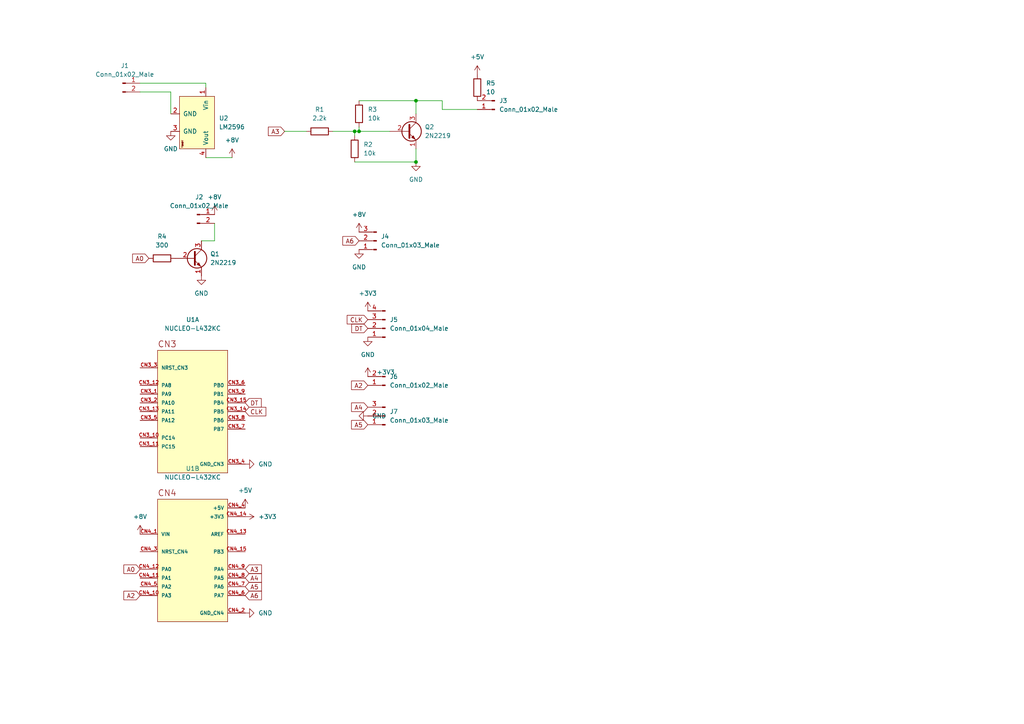
<source format=kicad_sch>
(kicad_sch (version 20211123) (generator eeschema)
  (paper "A4")
  (lib_symbols
    (symbol "Connector:Conn_01x02_Male" (pin_names (offset 1.016) hide)
      (property "Reference" "J" (at 0 2.54 0))
      (property "Value" "Conn_01x02_Male" (at 0 -5.08 0))
      (symbol "Conn_01x02_Male_1_1"
        (polyline (pts (xy 1.27 -2.54) (xy 0.8636 -2.54)) (stroke (width 0.1524)))
        (polyline (pts (xy 1.27 0) (xy 0.8636 0)) (stroke (width 0.1524)))
        (rectangle (start 0.8636 -2.413) (end 0 -2.667) (stroke (width 0.1524)) (fill (type outline)))
        (rectangle (start 0.8636 0.127) (end 0 -0.127) (stroke (width 0.1524)) (fill (type outline)))
        (pin passive line (at 5.08 0 180) (length 3.81) (name "Pin_1") (number "1"))
        (pin passive line (at 5.08 -2.54 180) (length 3.81) (name "Pin_2") (number "2"))
      )
    )
    (symbol "Connector:Conn_01x03_Male" (pin_names (offset 1.016) hide)
      (property "Reference" "J" (at 0 5.08 0))
      (property "Value" "Conn_01x03_Male" (at 0 -5.08 0))
      (symbol "Conn_01x03_Male_1_1"
        (polyline (pts (xy 1.27 -2.54) (xy 0.8636 -2.54)) (stroke (width 0.1524)))
        (polyline (pts (xy 1.27 0) (xy 0.8636 0)) (stroke (width 0.1524)))
        (polyline (pts (xy 1.27 2.54) (xy 0.8636 2.54)) (stroke (width 0.1524)))
        (rectangle (start 0.8636 -2.413) (end 0 -2.667) (stroke (width 0.1524)) (fill (type outline)))
        (rectangle (start 0.8636 0.127) (end 0 -0.127) (stroke (width 0.1524)) (fill (type outline)))
        (rectangle (start 0.8636 2.667) (end 0 2.413) (stroke (width 0.1524)) (fill (type outline)))
        (pin passive line (at 5.08 2.54 180) (length 3.81) (name "Pin_1") (number "1"))
        (pin passive line (at 5.08 0 180) (length 3.81) (name "Pin_2") (number "2"))
        (pin passive line (at 5.08 -2.54 180) (length 3.81) (name "Pin_3") (number "3"))
      )
    )
    (symbol "Connector:Conn_01x04_Male" (pin_names (offset 1.016) hide)
      (property "Reference" "J" (at 0 5.08 0))
      (property "Value" "Conn_01x04_Male" (at 0 -7.62 0))
      (symbol "Conn_01x04_Male_1_1"
        (polyline (pts (xy 1.27 -5.08) (xy 0.8636 -5.08)) (stroke (width 0.1524)))
        (polyline (pts (xy 1.27 -2.54) (xy 0.8636 -2.54)) (stroke (width 0.1524)))
        (polyline (pts (xy 1.27 0) (xy 0.8636 0)) (stroke (width 0.1524)))
        (polyline (pts (xy 1.27 2.54) (xy 0.8636 2.54)) (stroke (width 0.1524)))
        (rectangle (start 0.8636 -4.953) (end 0 -5.207) (stroke (width 0.1524)) (fill (type outline)))
        (rectangle (start 0.8636 -2.413) (end 0 -2.667) (stroke (width 0.1524)) (fill (type outline)))
        (rectangle (start 0.8636 0.127) (end 0 -0.127) (stroke (width 0.1524)) (fill (type outline)))
        (rectangle (start 0.8636 2.667) (end 0 2.413) (stroke (width 0.1524)) (fill (type outline)))
        (pin passive line (at 5.08 2.54 180) (length 3.81) (name "Pin_1") (number "1"))
        (pin passive line (at 5.08 0 180) (length 3.81) (name "Pin_2") (number "2"))
        (pin passive line (at 5.08 -2.54 180) (length 3.81) (name "Pin_3") (number "3"))
        (pin passive line (at 5.08 -5.08 180) (length 3.81) (name "Pin_4") (number "4"))
      )
    )
    (symbol "Device:R" (pin_numbers hide) (pin_names (offset 0))
      (property "Reference" "R" (at 2.032 0 90))
      (property "Value" "R" (at 0 0 90))
      (symbol "R_0_1"
        (rectangle (start -1.016 -2.54) (end 1.016 2.54) (stroke (width 0.254)))
      )
      (symbol "R_1_1"
        (pin passive line (at 0 3.81 270) (length 1.27) (name "~") (number "1"))
        (pin passive line (at 0 -3.81 90) (length 1.27) (name "~") (number "2"))
      )
    )
    (symbol "NUCLEO-L432KC:NUCLEO-L432KC" (pin_names (offset 1.016))
      (property "Reference" "U" (at -10.16 21.082 0))
      (property "Value" "NUCLEO-L432KC" (at -10.16 -20.32 0))
      (symbol "NUCLEO-L432KC_1_0"
        (rectangle (start -10.16 -17.78) (end 10.16 17.78) (stroke (width 0.1524)) (fill (type background)))
        (text "CN3" (at -10.16 18.542 0) (effects (font (size 1.778 1.778)) (justify left bottom)))
        (pin bidirectional line (at -15.24 5.08 0) (length 5.08) (name "PA9") (number "CN3_1"))
        (pin bidirectional line (at -15.24 -7.62 0) (length 5.08) (name "PC14") (number "CN3_10"))
        (pin bidirectional line (at -15.24 -10.16 0) (length 5.08) (name "PC15") (number "CN3_11"))
        (pin bidirectional line (at -15.24 7.62 0) (length 5.08) (name "PA8") (number "CN3_12"))
        (pin bidirectional line (at -15.24 0 0) (length 5.08) (name "PA11") (number "CN3_13"))
        (pin bidirectional line (at 15.24 0 180) (length 5.08) (name "PB5") (number "CN3_14"))
        (pin bidirectional line (at 15.24 2.54 180) (length 5.08) (name "PB4") (number "CN3_15"))
        (pin bidirectional line (at -15.24 2.54 0) (length 5.08) (name "PA10") (number "CN3_2"))
        (pin bidirectional line (at -15.24 12.7 0) (length 5.08) (name "NRST_CN3") (number "CN3_3"))
        (pin power_in line (at 15.24 -15.24 180) (length 5.08) (name "GND_CN3") (number "CN3_4"))
        (pin bidirectional line (at -15.24 -2.54 0) (length 5.08) (name "PA12") (number "CN3_5"))
        (pin bidirectional line (at 15.24 7.62 180) (length 5.08) (name "PB0") (number "CN3_6"))
        (pin bidirectional line (at 15.24 -5.08 180) (length 5.08) (name "PB7") (number "CN3_7"))
        (pin bidirectional line (at 15.24 -2.54 180) (length 5.08) (name "PB6") (number "CN3_8"))
        (pin bidirectional line (at 15.24 5.08 180) (length 5.08) (name "PB1") (number "CN3_9"))
      )
      (symbol "NUCLEO-L432KC_2_0"
        (rectangle (start -10.16 -17.78) (end 10.16 17.78) (stroke (width 0.1524)) (fill (type background)))
        (text "CN4" (at -10.16 18.542 0) (effects (font (size 1.778 1.778)) (justify left bottom)))
        (pin input line (at -15.24 7.62 0) (length 5.08) (name "VIN") (number "CN4_1"))
        (pin bidirectional line (at -15.24 -10.16 0) (length 5.08) (name "PA3") (number "CN4_10"))
        (pin bidirectional line (at -15.24 -5.08 0) (length 5.08) (name "PA1") (number "CN4_11"))
        (pin bidirectional line (at -15.24 -2.54 0) (length 5.08) (name "PA0") (number "CN4_12"))
        (pin bidirectional line (at 15.24 7.62 180) (length 5.08) (name "AREF") (number "CN4_13"))
        (pin power_in line (at 15.24 12.7 180) (length 5.08) (name "+3V3") (number "CN4_14"))
        (pin bidirectional line (at 15.24 2.54 180) (length 5.08) (name "PB3") (number "CN4_15"))
        (pin power_in line (at 15.24 -15.24 180) (length 5.08) (name "GND_CN4") (number "CN4_2"))
        (pin bidirectional line (at -15.24 2.54 0) (length 5.08) (name "NRST_CN4") (number "CN4_3"))
        (pin power_in line (at 15.24 15.24 180) (length 5.08) (name "+5V") (number "CN4_4"))
        (pin bidirectional line (at -15.24 -7.62 0) (length 5.08) (name "PA2") (number "CN4_5"))
        (pin bidirectional line (at 15.24 -10.16 180) (length 5.08) (name "PA7") (number "CN4_6"))
        (pin bidirectional line (at 15.24 -7.62 180) (length 5.08) (name "PA6") (number "CN4_7"))
        (pin bidirectional line (at 15.24 -5.08 180) (length 5.08) (name "PA5") (number "CN4_8"))
        (pin bidirectional line (at 15.24 -2.54 180) (length 5.08) (name "PA4") (number "CN4_9"))
      )
    )
    (symbol "Transistor_BJT:2N2219" (pin_names (offset 0) hide)
      (property "Reference" "Q" (at 5.08 1.905 0))
      (property "Value" "2N2219" (at 5.08 0 0))
      (symbol "2N2219_0_1"
        (polyline (pts (xy 0.635 0.635) (xy 2.54 2.54)))
        (polyline (pts (xy 0.635 -0.635) (xy 2.54 -2.54) (xy 2.54 -2.54)))
        (polyline (pts (xy 0.635 1.905) (xy 0.635 -1.905) (xy 0.635 -1.905)) (stroke (width 0.508)))
        (polyline (pts (xy 1.27 -1.778) (xy 1.778 -1.27) (xy 2.286 -2.286) (xy 1.27 -1.778) (xy 1.27 -1.778)) (fill (type outline)))
        (circle (center 1.27 0) (radius 2.8194) (stroke (width 0.254)))
      )
      (symbol "2N2219_1_1"
        (pin passive line (at 2.54 -5.08 90) (length 2.54) (name "E") (number "1"))
        (pin passive line (at -5.08 0 0) (length 5.715) (name "B") (number "2"))
        (pin passive line (at 2.54 5.08 270) (length 2.54) (name "C") (number "3"))
      )
    )
    (symbol "power:+3.3V" (power) (pin_names (offset 0))
      (property "Value" "+3.3V" (at 0 3.556 0))
      (symbol "+3.3V_0_1"
        (polyline (pts (xy -0.762 1.27) (xy 0 2.54)))
        (polyline (pts (xy 0 0) (xy 0 2.54)))
        (polyline (pts (xy 0 2.54) (xy 0.762 1.27)))
      )
      (symbol "+3.3V_1_1"
        (pin power_in line (at 0 0 90) (length 0) hide (name "+3V3") (number "1"))
      )
    )
    (symbol "power:+5V" (power) (pin_names (offset 0))
      (property "Value" "+5V" (at 0 3.556 0))
      (symbol "+5V_0_1"
        (polyline (pts (xy -0.762 1.27) (xy 0 2.54)))
        (polyline (pts (xy 0 0) (xy 0 2.54)))
        (polyline (pts (xy 0 2.54) (xy 0.762 1.27)))
      )
      (symbol "+5V_1_1"
        (pin power_in line (at 0 0 90) (length 0) hide (name "+5V") (number "1"))
      )
    )
    (symbol "power:+8V" (power) (pin_names (offset 0))
      (property "Value" "+8V" (at 0 3.556 0))
      (symbol "+8V_0_1"
        (polyline (pts (xy -0.762 1.27) (xy 0 2.54)))
        (polyline (pts (xy 0 0) (xy 0 2.54)))
        (polyline (pts (xy 0 2.54) (xy 0.762 1.27)))
      )
      (symbol "+8V_1_1"
        (pin power_in line (at 0 0 90) (length 0) hide (name "+8V") (number "1"))
      )
    )
    (symbol "power:GND" (power) (pin_names (offset 0))
      (property "Value" "GND" (at 0 -3.81 0))
      (symbol "GND_0_1"
        (polyline (pts (xy 0 0) (xy 0 -1.27) (xy 1.27 -1.27) (xy 0 -2.54) (xy -1.27 -1.27) (xy 0 -1.27)))
      )
      (symbol "GND_1_1"
        (pin power_in line (at 0 0 270) (length 0) hide (name "GND") (number "1"))
      )
    )
    (symbol "yaaj_dcdc_stepdown_lm2596:LM2596" (pin_names (offset 1.016))
      (property "Reference" "U" (at -5.08 6.35 0))
      (property "Value" "LM2596" (at 0 11.43 0))
      (symbol "LM2596_0_1"
        (rectangle (start -7.62 5.08) (end 7.62 -5.08) (fill (type background)))
      )
      (symbol "LM2596_1_1"
        (text "Y@@V" (at 6.1976 -4.2672 0) (effects (font (size 0.508 0.508))))
        (pin power_in line (at -10.16 2.54 0) (length 2.54) (name "Vin") (number "1"))
        (pin power_in line (at -2.54 -7.62 90) (length 2.54) (name "GND") (number "2"))
        (pin power_in line (at 2.54 -7.62 90) (length 2.54) (name "GND") (number "3"))
        (pin power_out line (at 10.16 2.54 180) (length 2.54) (name "Vout") (number "4"))
      )
    )
  )
  (junction (at 104.14 38.1))
  (junction (at 102.87 38.1))
  (junction (at 120.65 29.21))
  (junction (at 120.65 46.99))
  (wire (pts (xy 96.52 38.1) (xy 102.87 38.1)))
  (wire (pts (xy 120.65 29.21) (xy 128.27 29.21)))
  (wire (pts (xy 104.14 36.83) (xy 104.14 38.1)))
  (wire (pts (xy 82.55 38.1) (xy 88.9 38.1)))
  (wire (pts (xy 138.43 31.75) (xy 128.27 31.75)))
  (wire (pts (xy 104.14 38.1) (xy 113.03 38.1)))
  (wire (pts (xy 102.87 38.1) (xy 104.14 38.1)))
  (wire (pts (xy 102.87 46.99) (xy 120.65 46.99)))
  (wire (pts (xy 40.64 24.13) (xy 59.69 24.13)))
  (wire (pts (xy 59.69 24.13) (xy 59.69 25.4)))
  (wire (pts (xy 120.65 46.99) (xy 120.65 43.18)))
  (wire (pts (xy 59.69 45.72) (xy 67.31 45.72)))
  (wire (pts (xy 62.23 69.85) (xy 58.42 69.85)))
  (wire (pts (xy 40.64 26.67) (xy 49.53 26.67)))
  (wire (pts (xy 62.23 64.77) (xy 62.23 69.85)))
  (wire (pts (xy 102.87 38.1) (xy 102.87 39.37)))
  (wire (pts (xy 120.65 29.21) (xy 120.65 33.02)))
  (wire (pts (xy 104.14 29.21) (xy 120.65 29.21)))
  (wire (pts (xy 49.53 26.67) (xy 49.53 33.02)))
  (wire (pts (xy 128.27 31.75) (xy 128.27 29.21)))
  (global_label "A4" (shape input) (at 71.12 167.64 0) (property "Intersheet References" "${INTERSHEET_REFS}" (effects hide)))
  (global_label "CLK" (shape input) (at 71.12 119.38 0) (property "Intersheet References" "${INTERSHEET_REFS}" (effects hide)))
  (global_label "A5" (shape input) (at 71.12 170.18 0) (property "Intersheet References" "${INTERSHEET_REFS}" (effects hide)))
  (global_label "CLK" (shape input) (at 106.68 92.71 180) (property "Intersheet References" "${INTERSHEET_REFS}" (effects hide)))
  (global_label "A6" (shape input) (at 71.12 172.72 0) (property "Intersheet References" "${INTERSHEET_REFS}" (effects hide)))
  (global_label "DT" (shape input) (at 106.68 95.25 180) (property "Intersheet References" "${INTERSHEET_REFS}" (effects hide)))
  (global_label "A3" (shape input) (at 71.12 165.1 0) (property "Intersheet References" "${INTERSHEET_REFS}" (effects hide)))
  (global_label "A2" (shape input) (at 40.64 172.72 180) (property "Intersheet References" "${INTERSHEET_REFS}" (effects hide)))
  (global_label "A6" (shape input) (at 104.14 69.85 180) (property "Intersheet References" "${INTERSHEET_REFS}" (effects hide)))
  (global_label "A4" (shape input) (at 106.68 118.11 180) (property "Intersheet References" "${INTERSHEET_REFS}" (effects hide)))
  (global_label "A0" (shape input) (at 43.18 74.93 180) (property "Intersheet References" "${INTERSHEET_REFS}" (effects hide)))
  (global_label "A5" (shape input) (at 106.68 123.19 180) (property "Intersheet References" "${INTERSHEET_REFS}" (effects hide)))
  (global_label "A3" (shape input) (at 82.55 38.1 180) (property "Intersheet References" "${INTERSHEET_REFS}" (effects hide)))
  (global_label "A0" (shape input) (at 40.64 165.1 180) (property "Intersheet References" "${INTERSHEET_REFS}" (effects hide)))
  (global_label "DT" (shape input) (at 71.12 116.84 0) (property "Intersheet References" "${INTERSHEET_REFS}" (effects hide)))
  (global_label "A2" (shape input) (at 106.68 111.76 180) (property "Intersheet References" "${INTERSHEET_REFS}" (effects hide)))
  (symbol (lib_id "power:GND") (at 120.65 46.99 0) (unit 1)
    (property "Reference" "#PWR08" (effects hide))
    (property "Value" "GND" (at 120.65 52.07 0))
  )
  (symbol (lib_id "power:+3.3V") (at 71.12 149.86 270) (unit 1)
    (property "Reference" "#PWR0105" (effects hide))
    (property "Value" "+3.3V" (at 74.93 149.8599 90) (effects (justify left)))
  )
  (symbol (lib_id "power:GND") (at 71.12 134.62 90) (unit 1)
    (property "Reference" "#PWR04" (effects hide))
    (property "Value" "GND" (at 74.93 134.6199 90) (effects (justify right)))
  )
  (symbol (lib_id "Connector:Conn_01x02_Male") (at 143.51 31.75 180) (unit 1)
    (property "Reference" "J3" (at 144.78 29.2099 0) (effects (justify right)))
    (property "Value" "Conn_01x02_Male" (at 144.78 31.7499 0) (effects (justify right)))
    (property "Footprint" "Connector_JST:JST_EH_B2B-EH-A_1x02_P2.50mm_Vertical" (effects hide))
  )
  (symbol (lib_id "Transistor_BJT:2N2219") (at 118.11 38.1 0) (unit 1)
    (property "Reference" "Q2" (at 123.19 36.8299 0) (effects (justify left)))
    (property "Value" "2N2219" (at 123.19 39.3699 0) (effects (justify left)))
    (property "Footprint" "Package_TO_SOT_THT:TO-92L_Inline" (effects hide))
    (property "Datasheet" "http://www.onsemi.com/pub_link/Collateral/2N2219-D.PDF" (effects hide))
  )
  (symbol (lib_id "power:GND") (at 49.53 38.1 0) (unit 1)
    (property "Reference" "#PWR02" (effects hide))
    (property "Value" "GND" (at 49.53 43.18 0))
  )
  (symbol (lib_id "Connector:Conn_01x04_Male") (at 111.76 95.25 180) (unit 1)
    (property "Reference" "J5" (at 113.03 92.7099 0) (effects (justify right)))
    (property "Value" "Conn_01x04_Male" (at 113.03 95.2499 0) (effects (justify right)))
    (property "Footprint" "Connector_JST:JST_EH_B4B-EH-A_1x04_P2.50mm_Vertical" (effects hide))
  )
  (symbol (lib_id "Device:R") (at 46.99 74.93 90) (unit 1)
    (property "Reference" "R4" (at 46.99 68.58 90))
    (property "Value" "300" (at 46.99 71.12 90))
    (property "Footprint" "Resistor_THT:R_Axial_DIN0207_L6.3mm_D2.5mm_P15.24mm_Horizontal" (effects hide))
  )
  (symbol (lib_id "NUCLEO-L432KC:NUCLEO-L432KC") (at 55.88 162.56 0) (unit 2)
    (property "Reference" "U1" (at 55.88 135.89 0))
    (property "Value" "NUCLEO-L432KC" (at 55.88 138.43 0))
    (property "Footprint" "L432:MODULE_NUCLEO-L432KC" (effects hide))
    (property "STANDARD" "Manufacturer Recommendations" (effects hide))
    (property "MAXIMUM_PACKAGE_HEIGHT" "N/A" (effects hide))
    (property "MANUFACTURER" "ST Microelectronics" (effects hide))
    (property "PARTREV" "N/A" (effects hide))
  )
  (symbol (lib_id "power:GND") (at 106.68 97.79 0) (unit 1)
    (property "Reference" "#PWR0101" (effects hide))
    (property "Value" "GND" (at 106.68 102.87 0))
  )
  (symbol (lib_id "power:+5V") (at 138.43 21.59 0) (unit 1)
    (property "Reference" "#PWR010" (effects hide))
    (property "Value" "+5V" (at 138.43 16.51 0))
  )
  (symbol (lib_id "Device:R") (at 138.43 25.4 180) (unit 1)
    (property "Reference" "R5" (at 140.97 24.1299 0) (effects (justify right)))
    (property "Value" "10" (at 140.97 26.6699 0) (effects (justify right)))
    (property "Footprint" "Resistor_THT:R_Axial_DIN0207_L6.3mm_D2.5mm_P15.24mm_Horizontal" (effects hide))
  )
  (symbol (lib_id "Connector:Conn_01x02_Male") (at 111.76 111.76 180) (unit 1)
    (property "Reference" "J6" (at 113.03 109.2199 0) (effects (justify right)))
    (property "Value" "Conn_01x02_Male" (at 113.03 111.7599 0) (effects (justify right)))
    (property "Footprint" "Connector_JST:JST_EH_B2B-EH-A_1x02_P2.50mm_Vertical" (effects hide))
  )
  (symbol (lib_id "power:+8V") (at 67.31 45.72 0) (unit 1)
    (property "Reference" "#PWR03" (effects hide))
    (property "Value" "+8V" (at 67.31 40.64 0))
  )
  (symbol (lib_id "power:GND") (at 106.68 120.65 270) (unit 1)
    (property "Reference" "#PWR0103" (effects hide))
    (property "Value" "GND" (at 107.95 120.6499 90) (effects (justify left)))
  )
  (symbol (lib_id "power:+3.3V") (at 106.68 109.22 0) (unit 1)
    (property "Reference" "#PWR0104" (effects hide))
    (property "Value" "+3.3V" (at 109.22 107.9499 0) (effects (justify left)))
  )
  (symbol (lib_id "Transistor_BJT:2N2219") (at 55.88 74.93 0) (unit 1)
    (property "Reference" "Q1" (at 60.96 73.6599 0) (effects (justify left)))
    (property "Value" "2N2219" (at 60.96 76.1999 0) (effects (justify left)))
    (property "Footprint" "Package_TO_SOT_THT:TO-92L_Inline" (effects hide))
    (property "Datasheet" "http://www.onsemi.com/pub_link/Collateral/2N2219-D.PDF" (effects hide))
  )
  (symbol (lib_id "NUCLEO-L432KC:NUCLEO-L432KC") (at 55.88 119.38 0) (unit 1)
    (property "Reference" "U1" (at 55.88 92.71 0))
    (property "Value" "NUCLEO-L432KC" (at 55.88 95.25 0))
    (property "Footprint" "L432:MODULE_NUCLEO-L432KC" (effects hide))
    (property "STANDARD" "Manufacturer Recommendations" (effects hide))
    (property "MAXIMUM_PACKAGE_HEIGHT" "N/A" (effects hide))
    (property "MANUFACTURER" "ST Microelectronics" (effects hide))
    (property "PARTREV" "N/A" (effects hide))
  )
  (symbol (lib_id "power:+8V") (at 40.64 154.94 0) (unit 1)
    (property "Reference" "#PWR01" (effects hide))
    (property "Value" "+8V" (at 40.64 149.86 0))
  )
  (symbol (lib_id "Connector:Conn_01x02_Male") (at 35.56 24.13 0) (unit 1)
    (property "Reference" "J1" (at 36.195 19.05 0))
    (property "Value" "Conn_01x02_Male" (at 36.195 21.59 0))
    (property "Footprint" "Connector_JST:JST_VH_B2P-VH_1x02_P3.96mm_Vertical" (effects hide))
  )
  (symbol (lib_id "Connector:Conn_01x03_Male") (at 109.22 69.85 180) (unit 1)
    (property "Reference" "J4" (at 110.49 68.5799 0) (effects (justify right)))
    (property "Value" "Conn_01x03_Male" (at 110.49 71.1199 0) (effects (justify right)))
    (property "Footprint" "Connector_JST:JST_EH_B3B-EH-A_1x03_P2.50mm_Vertical" (effects hide))
  )
  (symbol (lib_id "Device:R") (at 92.71 38.1 90) (unit 1)
    (property "Reference" "R1" (at 92.71 31.75 90))
    (property "Value" "2.2k" (at 92.71 34.29 90))
    (property "Footprint" "Resistor_THT:R_Axial_DIN0207_L6.3mm_D2.5mm_P15.24mm_Horizontal" (effects hide))
  )
  (symbol (lib_id "power:GND") (at 104.14 72.39 0) (unit 1)
    (property "Reference" "#PWR012" (effects hide))
    (property "Value" "GND" (at 104.14 77.47 0))
  )
  (symbol (lib_id "Device:R") (at 102.87 43.18 180) (unit 1)
    (property "Reference" "R2" (at 105.41 41.9099 0) (effects (justify right)))
    (property "Value" "10k" (at 105.41 44.4499 0) (effects (justify right)))
    (property "Footprint" "Resistor_THT:R_Axial_DIN0207_L6.3mm_D2.5mm_P15.24mm_Horizontal" (effects hide))
  )
  (symbol (lib_id "Connector:Conn_01x02_Male") (at 57.15 62.23 0) (unit 1)
    (property "Reference" "J2" (at 57.785 57.15 0))
    (property "Value" "Conn_01x02_Male" (at 57.785 59.69 0))
    (property "Footprint" "Connector_JST:JST_EH_B2B-EH-A_1x02_P2.50mm_Vertical" (effects hide))
  )
  (symbol (lib_id "power:+5V") (at 71.12 147.32 0) (unit 1)
    (property "Reference" "#PWR05" (effects hide))
    (property "Value" "+5V" (at 71.12 142.24 0))
  )
  (symbol (lib_id "Device:R") (at 104.14 33.02 180) (unit 1)
    (property "Reference" "R3" (at 106.68 31.7499 0) (effects (justify right)))
    (property "Value" "10k" (at 106.68 34.2899 0) (effects (justify right)))
    (property "Footprint" "Resistor_THT:R_Axial_DIN0207_L6.3mm_D2.5mm_P15.24mm_Horizontal" (effects hide))
  )
  (symbol (lib_id "power:+8V") (at 62.23 62.23 0) (unit 1)
    (property "Reference" "#PWR09" (effects hide))
    (property "Value" "+8V" (at 62.23 57.15 0))
  )
  (symbol (lib_id "power:GND") (at 71.12 177.8 90) (unit 1)
    (property "Reference" "#PWR06" (effects hide))
    (property "Value" "GND" (at 74.93 177.7999 90) (effects (justify right)))
  )
  (symbol (lib_id "Connector:Conn_01x03_Male") (at 111.76 120.65 180) (unit 1)
    (property "Reference" "J7" (at 113.03 119.3799 0) (effects (justify right)))
    (property "Value" "Conn_01x03_Male" (at 113.03 121.9199 0) (effects (justify right)))
    (property "Footprint" "Connector_JST:JST_EH_B3B-EH-A_1x03_P2.50mm_Vertical" (effects hide))
  )
  (symbol (lib_id "yaaj_dcdc_stepdown_lm2596:LM2596") (at 57.15 35.56 270) (unit 1)
    (property "Reference" "U2" (at 63.5 34.2899 90) (effects (justify left)))
    (property "Value" "LM2596" (at 63.5 36.8299 90) (effects (justify left)))
    (property "Footprint" "LM2596:YAAJ_DCDC_StepDown_LM2596" (effects hide))
  )
  (symbol (lib_id "power:+3.3V") (at 106.68 90.17 0) (unit 1)
    (property "Reference" "#PWR0102" (effects hide))
    (property "Value" "+3.3V" (at 106.68 85.09 0))
  )
  (symbol (lib_id "power:+8V") (at 104.14 67.31 0) (unit 1)
    (property "Reference" "#PWR011" (effects hide))
    (property "Value" "+8V" (at 104.14 62.23 0))
  )
  (symbol (lib_id "power:GND") (at 58.42 80.01 0) (unit 1)
    (property "Reference" "#PWR07" (effects hide))
    (property "Value" "GND" (at 58.42 85.09 0))
  )
)
</source>
